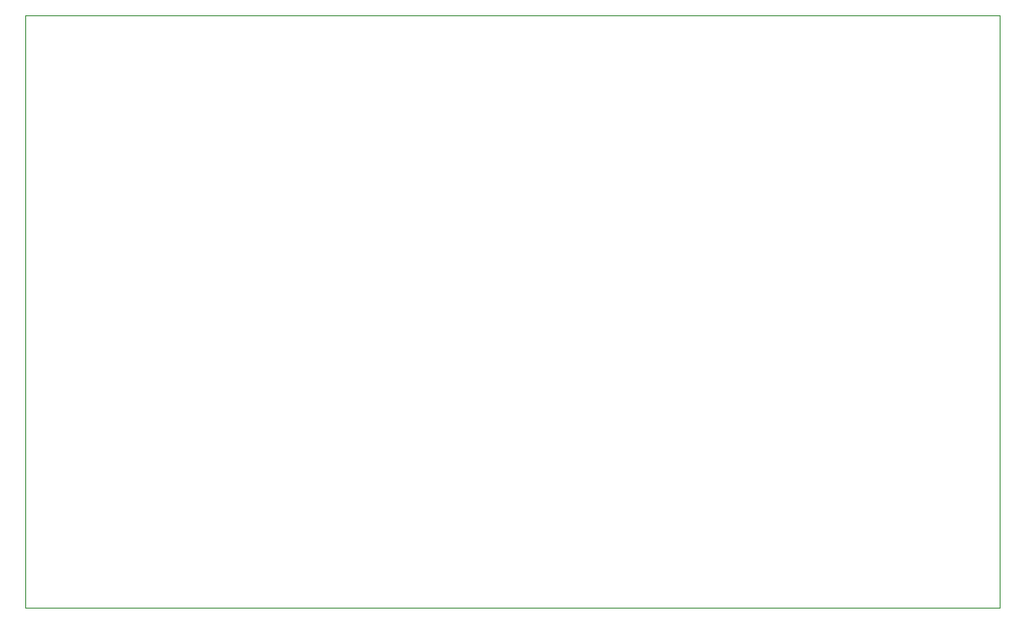
<source format=gbr>
%TF.GenerationSoftware,KiCad,Pcbnew,7.0.9*%
%TF.CreationDate,2024-01-23T18:46:06-08:00*%
%TF.ProjectId,sdvx,73647678-2e6b-4696-9361-645f70636258,rev?*%
%TF.SameCoordinates,Original*%
%TF.FileFunction,Profile,NP*%
%FSLAX46Y46*%
G04 Gerber Fmt 4.6, Leading zero omitted, Abs format (unit mm)*
G04 Created by KiCad (PCBNEW 7.0.9) date 2024-01-23 18:46:06*
%MOMM*%
%LPD*%
G01*
G04 APERTURE LIST*
%TA.AperFunction,Profile*%
%ADD10C,0.100000*%
%TD*%
G04 APERTURE END LIST*
D10*
X12700000Y-12700000D02*
X104140000Y-12700000D01*
X104140000Y-68326000D01*
X12700000Y-68326000D01*
X12700000Y-12700000D01*
M02*

</source>
